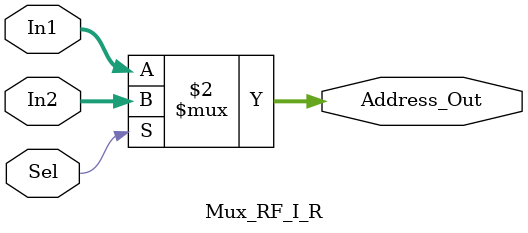
<source format=v>
module Mux_RF_I_R (In1,In2,Sel,Address_Out);
    input [2:0] In1,In2;
    input Sel;
    output [2:0] Address_Out;
    assign Address_Out = (~Sel) ? In1 : In2;
endmodule
</source>
